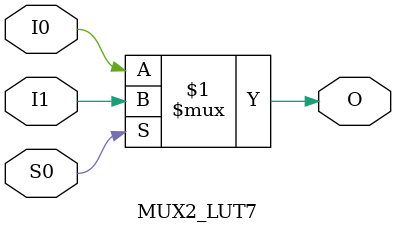
<source format=v>
`ifdef verilator3
`else
`timescale 1 ps / 1 ps
`endif
module MUX2_LUT7
(
    input  I0,
    input  I1,
    input  S0,
    output O
);

    assign O = (S0) ? I1 : I0;

endmodule

</source>
